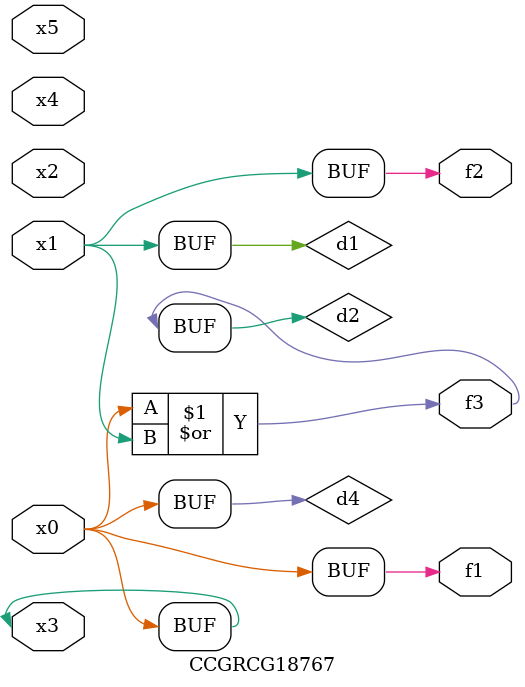
<source format=v>
module CCGRCG18767(
	input x0, x1, x2, x3, x4, x5,
	output f1, f2, f3
);

	wire d1, d2, d3, d4;

	and (d1, x1);
	or (d2, x0, x1);
	nand (d3, x0, x5);
	buf (d4, x0, x3);
	assign f1 = d4;
	assign f2 = d1;
	assign f3 = d2;
endmodule

</source>
